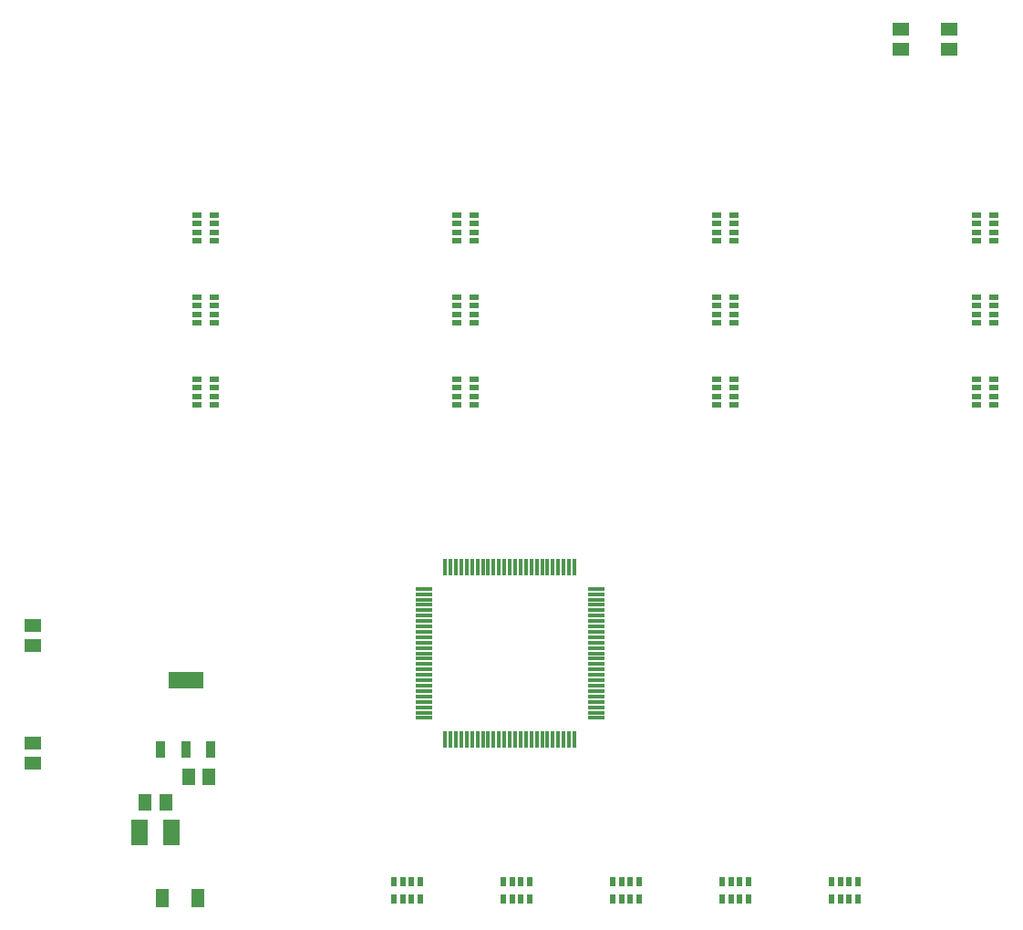
<source format=gbp>
G75*
%MOIN*%
%OFA0B0*%
%FSLAX25Y25*%
%IPPOS*%
%LPD*%
%AMOC8*
5,1,8,0,0,1.08239X$1,22.5*
%
%ADD10R,0.06299X0.09449*%
%ADD11R,0.05118X0.05906*%
%ADD12R,0.03543X0.01969*%
%ADD13R,0.05906X0.05118*%
%ADD14R,0.05906X0.01378*%
%ADD15R,0.01378X0.05906*%
%ADD16R,0.01969X0.03543*%
%ADD17R,0.03500X0.06400*%
%ADD18R,0.12500X0.06400*%
%ADD19R,0.04724X0.07087*%
D10*
X0063685Y0095000D03*
X0075496Y0095000D03*
D11*
X0073331Y0106000D03*
X0065850Y0106000D03*
X0081600Y0115250D03*
X0089081Y0115250D03*
D12*
X0090990Y0251276D03*
X0090990Y0254425D03*
X0090990Y0257575D03*
X0090990Y0260724D03*
X0084691Y0260724D03*
X0084691Y0257575D03*
X0084691Y0254425D03*
X0084691Y0251276D03*
X0084691Y0281276D03*
X0084691Y0284425D03*
X0084691Y0287575D03*
X0084691Y0290724D03*
X0090990Y0290724D03*
X0090990Y0287575D03*
X0090990Y0284425D03*
X0090990Y0281276D03*
X0090990Y0311276D03*
X0090990Y0314425D03*
X0090990Y0317575D03*
X0090990Y0320724D03*
X0084691Y0320724D03*
X0084691Y0317575D03*
X0084691Y0314425D03*
X0084691Y0311276D03*
X0179691Y0311276D03*
X0179691Y0314425D03*
X0179691Y0317575D03*
X0179691Y0320724D03*
X0185990Y0320724D03*
X0185990Y0317575D03*
X0185990Y0314425D03*
X0185990Y0311276D03*
X0185990Y0290724D03*
X0185990Y0287575D03*
X0185990Y0284425D03*
X0185990Y0281276D03*
X0179691Y0281276D03*
X0179691Y0284425D03*
X0179691Y0287575D03*
X0179691Y0290724D03*
X0179691Y0260724D03*
X0179691Y0257575D03*
X0179691Y0254425D03*
X0179691Y0251276D03*
X0185990Y0251276D03*
X0185990Y0254425D03*
X0185990Y0257575D03*
X0185990Y0260724D03*
X0274691Y0260724D03*
X0274691Y0257575D03*
X0274691Y0254425D03*
X0274691Y0251276D03*
X0280990Y0251276D03*
X0280990Y0254425D03*
X0280990Y0257575D03*
X0280990Y0260724D03*
X0280990Y0281276D03*
X0280990Y0284425D03*
X0280990Y0287575D03*
X0280990Y0290724D03*
X0274691Y0290724D03*
X0274691Y0287575D03*
X0274691Y0284425D03*
X0274691Y0281276D03*
X0274691Y0311276D03*
X0274691Y0314425D03*
X0274691Y0317575D03*
X0274691Y0320724D03*
X0280990Y0320724D03*
X0280990Y0317575D03*
X0280990Y0314425D03*
X0280990Y0311276D03*
X0369691Y0311276D03*
X0369691Y0314425D03*
X0369691Y0317575D03*
X0369691Y0320724D03*
X0375990Y0320724D03*
X0375990Y0317575D03*
X0375990Y0314425D03*
X0375990Y0311276D03*
X0375990Y0290724D03*
X0375990Y0287575D03*
X0375990Y0284425D03*
X0375990Y0281276D03*
X0369691Y0281276D03*
X0369691Y0284425D03*
X0369691Y0287575D03*
X0369691Y0290724D03*
X0369691Y0260724D03*
X0369691Y0257575D03*
X0369691Y0254425D03*
X0369691Y0251276D03*
X0375990Y0251276D03*
X0375990Y0254425D03*
X0375990Y0257575D03*
X0375990Y0260724D03*
D13*
X0359591Y0381260D03*
X0359591Y0388740D03*
X0342091Y0388740D03*
X0342091Y0381260D03*
X0024591Y0170740D03*
X0024591Y0163260D03*
X0024591Y0127740D03*
X0024591Y0120260D03*
D14*
X0167594Y0136878D03*
X0167594Y0138846D03*
X0167594Y0140815D03*
X0167594Y0142783D03*
X0167594Y0144752D03*
X0167594Y0146720D03*
X0167594Y0148689D03*
X0167594Y0150657D03*
X0167594Y0152626D03*
X0167594Y0154594D03*
X0167594Y0156563D03*
X0167594Y0158531D03*
X0167594Y0160500D03*
X0167594Y0162469D03*
X0167594Y0164437D03*
X0167594Y0166406D03*
X0167594Y0168374D03*
X0167594Y0170343D03*
X0167594Y0172311D03*
X0167594Y0174280D03*
X0167594Y0176248D03*
X0167594Y0178217D03*
X0167594Y0180185D03*
X0167594Y0182154D03*
X0167594Y0184122D03*
X0230587Y0184122D03*
X0230587Y0182154D03*
X0230587Y0180185D03*
X0230587Y0178217D03*
X0230587Y0176248D03*
X0230587Y0174280D03*
X0230587Y0172311D03*
X0230587Y0170343D03*
X0230587Y0168374D03*
X0230587Y0166406D03*
X0230587Y0164437D03*
X0230587Y0162469D03*
X0230587Y0160500D03*
X0230587Y0158531D03*
X0230587Y0156563D03*
X0230587Y0154594D03*
X0230587Y0152626D03*
X0230587Y0150657D03*
X0230587Y0148689D03*
X0230587Y0146720D03*
X0230587Y0144752D03*
X0230587Y0142783D03*
X0230587Y0140815D03*
X0230587Y0138846D03*
X0230587Y0136878D03*
D15*
X0222713Y0129004D03*
X0220744Y0129004D03*
X0218776Y0129004D03*
X0216807Y0129004D03*
X0214839Y0129004D03*
X0212870Y0129004D03*
X0210902Y0129004D03*
X0208933Y0129004D03*
X0206965Y0129004D03*
X0204996Y0129004D03*
X0203028Y0129004D03*
X0201059Y0129004D03*
X0199091Y0129004D03*
X0197122Y0129004D03*
X0195154Y0129004D03*
X0193185Y0129004D03*
X0191217Y0129004D03*
X0189248Y0129004D03*
X0187280Y0129004D03*
X0185311Y0129004D03*
X0183343Y0129004D03*
X0181374Y0129004D03*
X0179406Y0129004D03*
X0177437Y0129004D03*
X0175469Y0129004D03*
X0175469Y0191996D03*
X0177437Y0191996D03*
X0179406Y0191996D03*
X0181374Y0191996D03*
X0183343Y0191996D03*
X0185311Y0191996D03*
X0187280Y0191996D03*
X0189248Y0191996D03*
X0191217Y0191996D03*
X0193185Y0191996D03*
X0195154Y0191996D03*
X0197122Y0191996D03*
X0199091Y0191996D03*
X0201059Y0191996D03*
X0203028Y0191996D03*
X0204996Y0191996D03*
X0206965Y0191996D03*
X0208933Y0191996D03*
X0210902Y0191996D03*
X0212870Y0191996D03*
X0214839Y0191996D03*
X0216807Y0191996D03*
X0218776Y0191996D03*
X0220744Y0191996D03*
X0222713Y0191996D03*
D16*
X0236866Y0076900D03*
X0240016Y0076900D03*
X0243165Y0076900D03*
X0246315Y0076900D03*
X0246315Y0070600D03*
X0243165Y0070600D03*
X0240016Y0070600D03*
X0236866Y0070600D03*
X0206315Y0070600D03*
X0203165Y0070600D03*
X0200016Y0070600D03*
X0196866Y0070600D03*
X0196866Y0076900D03*
X0200016Y0076900D03*
X0203165Y0076900D03*
X0206315Y0076900D03*
X0166315Y0076900D03*
X0163165Y0076900D03*
X0160016Y0076900D03*
X0156866Y0076900D03*
X0156866Y0070600D03*
X0160016Y0070600D03*
X0163165Y0070600D03*
X0166315Y0070600D03*
X0276866Y0070600D03*
X0280016Y0070600D03*
X0283165Y0070600D03*
X0286315Y0070600D03*
X0286315Y0076900D03*
X0283165Y0076900D03*
X0280016Y0076900D03*
X0276866Y0076900D03*
X0316866Y0076900D03*
X0320016Y0076900D03*
X0323165Y0076900D03*
X0326315Y0076900D03*
X0326315Y0070600D03*
X0323165Y0070600D03*
X0320016Y0070600D03*
X0316866Y0070600D03*
D17*
X0089691Y0125400D03*
X0080591Y0125400D03*
X0071491Y0125400D03*
D18*
X0080591Y0150600D03*
D19*
X0072094Y0071000D03*
X0085087Y0071000D03*
M02*

</source>
